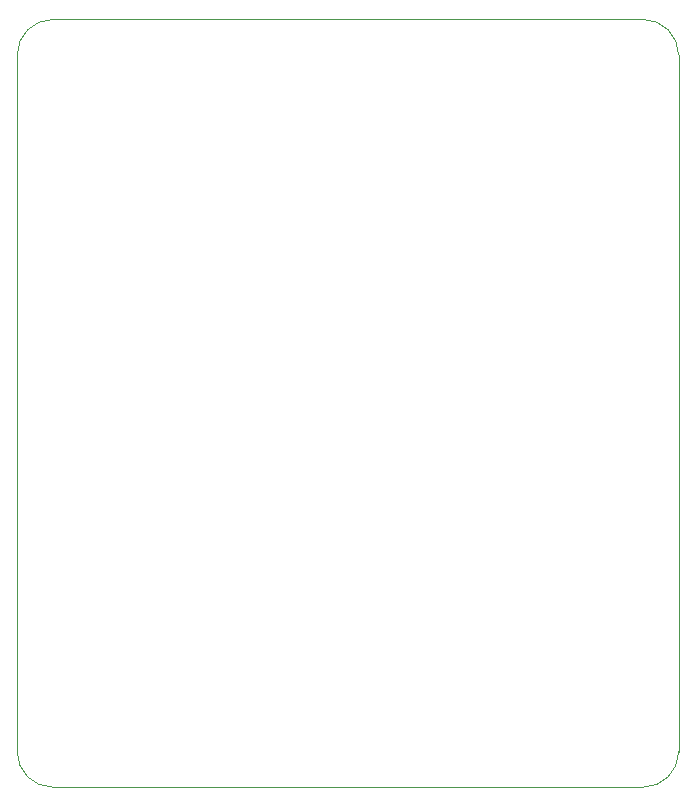
<source format=gm1>
G04 #@! TF.FileFunction,Profile,NP*
%FSLAX46Y46*%
G04 Gerber Fmt 4.6, Leading zero omitted, Abs format (unit mm)*
G04 Created by KiCad (PCBNEW 4.0.4-stable) date 10/23/16 14:40:47*
%MOMM*%
%LPD*%
G01*
G04 APERTURE LIST*
%ADD10C,0.100000*%
G04 APERTURE END LIST*
D10*
X115000000Y-74000000D02*
X65000000Y-74000000D01*
X118000000Y-136000000D02*
X118000000Y-77000000D01*
X65000000Y-139000000D02*
X115000000Y-139000000D01*
X62000000Y-77000000D02*
X62000000Y-136000000D01*
X115000000Y-139000000D02*
G75*
G03X118000000Y-136000000I0J3000000D01*
G01*
X62000000Y-136000000D02*
G75*
G03X65000000Y-139000000I3000000J0D01*
G01*
X65000000Y-74000000D02*
G75*
G03X62000000Y-77000000I0J-3000000D01*
G01*
X118000000Y-77000000D02*
G75*
G03X115000000Y-74000000I-3000000J0D01*
G01*
M02*

</source>
